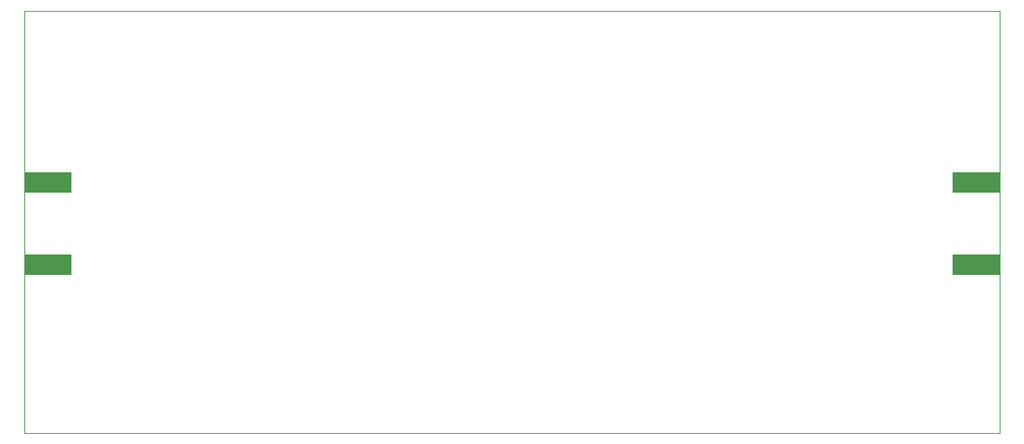
<source format=gbp>
G75*
G70*
%OFA0B0*%
%FSLAX24Y24*%
%IPPOS*%
%LPD*%
%AMOC8*
5,1,8,0,0,1.08239X$1,22.5*
%
%ADD10C,0.0000*%
%ADD11R,0.2000X0.0900*%
D10*
X003851Y000105D02*
X003851Y018100D01*
X045288Y018100D01*
X045288Y000105D01*
X003851Y000105D01*
X003851Y006843D02*
X003851Y011243D01*
X045288Y011243D02*
X045288Y006843D01*
D11*
X044278Y007303D03*
X044278Y010783D03*
X004861Y010783D03*
X004861Y007303D03*
M02*

</source>
